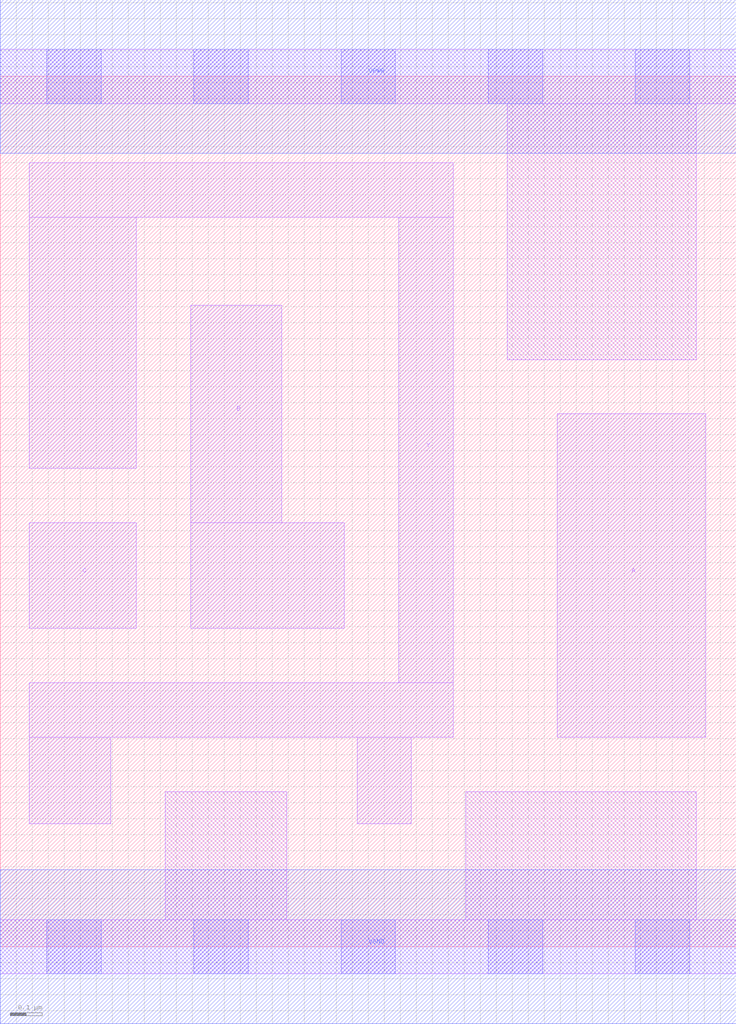
<source format=lef>
# Copyright 2020 The SkyWater PDK Authors
#
# Licensed under the Apache License, Version 2.0 (the "License");
# you may not use this file except in compliance with the License.
# You may obtain a copy of the License at
#
#     https://www.apache.org/licenses/LICENSE-2.0
#
# Unless required by applicable law or agreed to in writing, software
# distributed under the License is distributed on an "AS IS" BASIS,
# WITHOUT WARRANTIES OR CONDITIONS OF ANY KIND, either express or implied.
# See the License for the specific language governing permissions and
# limitations under the License.
#
# SPDX-License-Identifier: Apache-2.0

VERSION 5.7 ;
  NAMESCASESENSITIVE ON ;
  NOWIREEXTENSIONATPIN ON ;
  DIVIDERCHAR "/" ;
  BUSBITCHARS "[]" ;
UNITS
  DATABASE MICRONS 200 ;
END UNITS
PROPERTYDEFINITIONS
  MACRO maskLayoutSubType STRING ;
  MACRO prCellType STRING ;
  MACRO originalViewName STRING ;
END PROPERTYDEFINITIONS
MACRO sky130_fd_sc_hdll__nor3_1
  CLASS CORE ;
  FOREIGN sky130_fd_sc_hdll__nor3_1 ;
  ORIGIN  0.000000  0.000000 ;
  SIZE  2.300000 BY  2.720000 ;
  SYMMETRY X Y R90 ;
  SITE unithd ;
  PIN A
    ANTENNAGATEAREA  0.277500 ;
    DIRECTION INPUT ;
    USE SIGNAL ;
    PORT
      LAYER li1 ;
        RECT 1.740000 0.655000 2.205000 1.665000 ;
    END
  END A
  PIN B
    ANTENNAGATEAREA  0.277500 ;
    DIRECTION INPUT ;
    USE SIGNAL ;
    PORT
      LAYER li1 ;
        RECT 0.595000 0.995000 1.075000 1.325000 ;
        RECT 0.595000 1.325000 0.880000 2.005000 ;
    END
  END B
  PIN C
    ANTENNAGATEAREA  0.277500 ;
    DIRECTION INPUT ;
    USE SIGNAL ;
    PORT
      LAYER li1 ;
        RECT 0.090000 0.995000 0.425000 1.325000 ;
    END
  END C
  PIN Y
    ANTENNADIFFAREA  0.647000 ;
    DIRECTION OUTPUT ;
    USE SIGNAL ;
    PORT
      LAYER li1 ;
        RECT 0.090000 0.385000 0.345000 0.655000 ;
        RECT 0.090000 0.655000 1.415000 0.825000 ;
        RECT 0.090000 1.495000 0.425000 2.280000 ;
        RECT 0.090000 2.280000 1.415000 2.450000 ;
        RECT 1.115000 0.385000 1.285000 0.655000 ;
        RECT 1.245000 0.825000 1.415000 2.280000 ;
    END
  END Y
  PIN VGND
    DIRECTION INOUT ;
    USE GROUND ;
    PORT
      LAYER met1 ;
        RECT 0.000000 -0.240000 2.300000 0.240000 ;
    END
  END VGND
  PIN VPWR
    DIRECTION INOUT ;
    USE POWER ;
    PORT
      LAYER met1 ;
        RECT 0.000000 2.480000 2.300000 2.960000 ;
    END
  END VPWR
  OBS
    LAYER li1 ;
      RECT 0.000000 -0.085000 2.300000 0.085000 ;
      RECT 0.000000  2.635000 2.300000 2.805000 ;
      RECT 0.515000  0.085000 0.895000 0.485000 ;
      RECT 1.455000  0.085000 2.175000 0.485000 ;
      RECT 1.585000  1.835000 2.175000 2.635000 ;
    LAYER mcon ;
      RECT 0.145000 -0.085000 0.315000 0.085000 ;
      RECT 0.145000  2.635000 0.315000 2.805000 ;
      RECT 0.605000 -0.085000 0.775000 0.085000 ;
      RECT 0.605000  2.635000 0.775000 2.805000 ;
      RECT 1.065000 -0.085000 1.235000 0.085000 ;
      RECT 1.065000  2.635000 1.235000 2.805000 ;
      RECT 1.525000 -0.085000 1.695000 0.085000 ;
      RECT 1.525000  2.635000 1.695000 2.805000 ;
      RECT 1.985000 -0.085000 2.155000 0.085000 ;
      RECT 1.985000  2.635000 2.155000 2.805000 ;
  END
  PROPERTY maskLayoutSubType "abstract" ;
  PROPERTY prCellType "standard" ;
  PROPERTY originalViewName "layout" ;
END sky130_fd_sc_hdll__nor3_1
END LIBRARY

</source>
